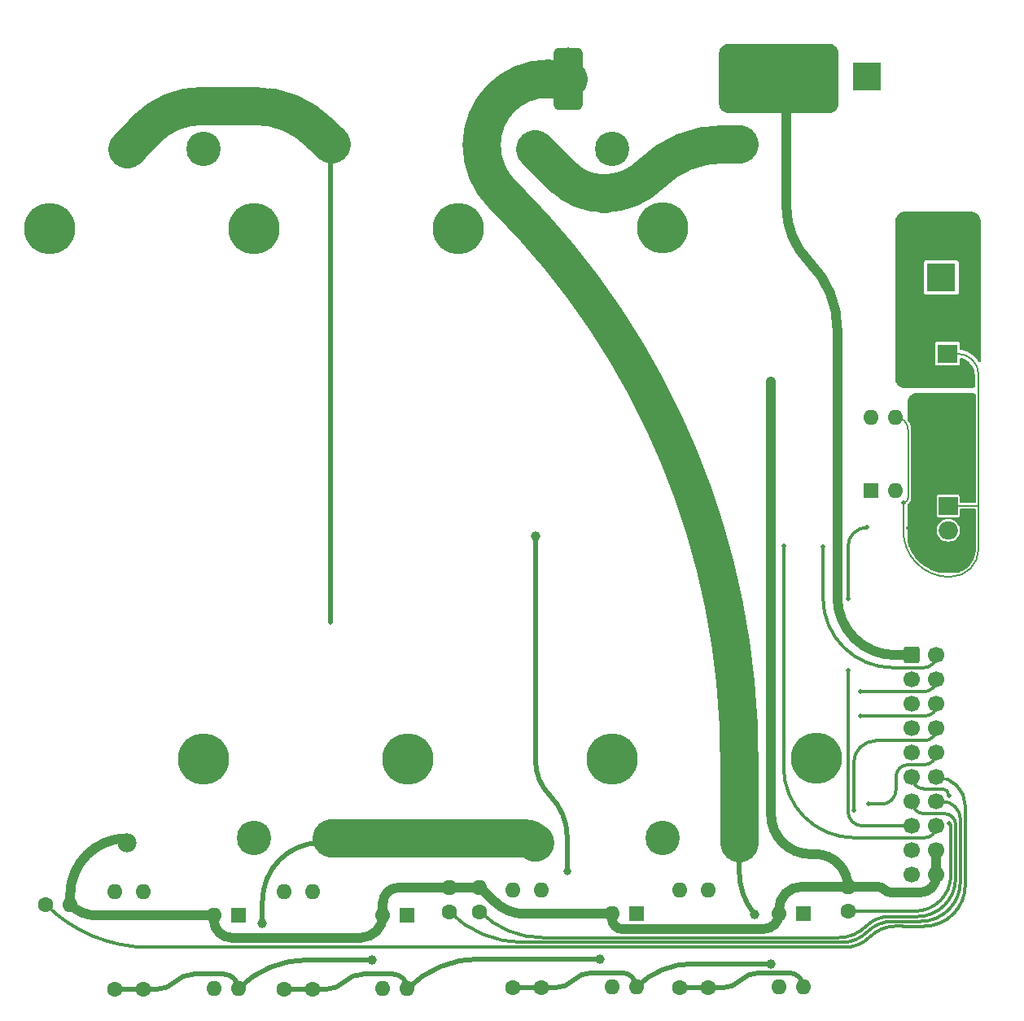
<source format=gbl>
G04 #@! TF.GenerationSoftware,KiCad,Pcbnew,(7.0.0)*
G04 #@! TF.CreationDate,2023-05-12T10:50:57+02:00*
G04 #@! TF.ProjectId,Cell_holder_board,43656c6c-5f68-46f6-9c64-65725f626f61,rev?*
G04 #@! TF.SameCoordinates,Original*
G04 #@! TF.FileFunction,Copper,L2,Bot*
G04 #@! TF.FilePolarity,Positive*
%FSLAX46Y46*%
G04 Gerber Fmt 4.6, Leading zero omitted, Abs format (unit mm)*
G04 Created by KiCad (PCBNEW (7.0.0)) date 2023-05-12 10:50:57*
%MOMM*%
%LPD*%
G01*
G04 APERTURE LIST*
G04 Aperture macros list*
%AMRoundRect*
0 Rectangle with rounded corners*
0 $1 Rounding radius*
0 $2 $3 $4 $5 $6 $7 $8 $9 X,Y pos of 4 corners*
0 Add a 4 corners polygon primitive as box body*
4,1,4,$2,$3,$4,$5,$6,$7,$8,$9,$2,$3,0*
0 Add four circle primitives for the rounded corners*
1,1,$1+$1,$2,$3*
1,1,$1+$1,$4,$5*
1,1,$1+$1,$6,$7*
1,1,$1+$1,$8,$9*
0 Add four rect primitives between the rounded corners*
20,1,$1+$1,$2,$3,$4,$5,0*
20,1,$1+$1,$4,$5,$6,$7,0*
20,1,$1+$1,$6,$7,$8,$9,0*
20,1,$1+$1,$8,$9,$2,$3,0*%
G04 Aperture macros list end*
G04 #@! TA.AperFunction,ComponentPad*
%ADD10R,1.600000X1.600000*%
G04 #@! TD*
G04 #@! TA.AperFunction,ComponentPad*
%ADD11O,1.600000X1.600000*%
G04 #@! TD*
G04 #@! TA.AperFunction,ComponentPad*
%ADD12C,1.600000*%
G04 #@! TD*
G04 #@! TA.AperFunction,ComponentPad*
%ADD13R,2.000000X1.905000*%
G04 #@! TD*
G04 #@! TA.AperFunction,ComponentPad*
%ADD14O,2.000000X1.905000*%
G04 #@! TD*
G04 #@! TA.AperFunction,ComponentPad*
%ADD15R,3.000000X3.000000*%
G04 #@! TD*
G04 #@! TA.AperFunction,ComponentPad*
%ADD16C,3.000000*%
G04 #@! TD*
G04 #@! TA.AperFunction,ComponentPad*
%ADD17C,1.500000*%
G04 #@! TD*
G04 #@! TA.AperFunction,SMDPad,CuDef*
%ADD18RoundRect,0.500000X1.000000X2.750000X-1.000000X2.750000X-1.000000X-2.750000X1.000000X-2.750000X0*%
G04 #@! TD*
G04 #@! TA.AperFunction,ComponentPad*
%ADD19C,1.980000*%
G04 #@! TD*
G04 #@! TA.AperFunction,ComponentPad*
%ADD20C,5.325000*%
G04 #@! TD*
G04 #@! TA.AperFunction,ComponentPad*
%ADD21C,3.585000*%
G04 #@! TD*
G04 #@! TA.AperFunction,ComponentPad*
%ADD22RoundRect,0.250000X-0.600000X-0.600000X0.600000X-0.600000X0.600000X0.600000X-0.600000X0.600000X0*%
G04 #@! TD*
G04 #@! TA.AperFunction,ComponentPad*
%ADD23C,1.700000*%
G04 #@! TD*
G04 #@! TA.AperFunction,ViaPad*
%ADD24C,0.500000*%
G04 #@! TD*
G04 #@! TA.AperFunction,ViaPad*
%ADD25C,1.000000*%
G04 #@! TD*
G04 #@! TA.AperFunction,ViaPad*
%ADD26C,0.800000*%
G04 #@! TD*
G04 #@! TA.AperFunction,Conductor*
%ADD27C,0.300000*%
G04 #@! TD*
G04 #@! TA.AperFunction,Conductor*
%ADD28C,1.000000*%
G04 #@! TD*
G04 #@! TA.AperFunction,Conductor*
%ADD29C,4.000000*%
G04 #@! TD*
G04 #@! TA.AperFunction,Conductor*
%ADD30C,0.500000*%
G04 #@! TD*
G04 #@! TA.AperFunction,Conductor*
%ADD31C,0.200000*%
G04 #@! TD*
G04 APERTURE END LIST*
D10*
X115674999Y-150329999D03*
D11*
X113134999Y-150329999D03*
X113134999Y-157949999D03*
X115674999Y-157949999D03*
D12*
X96200000Y-150090000D03*
D11*
X96199999Y-147549999D03*
D12*
X137700000Y-150040000D03*
D11*
X137699999Y-147499999D03*
D13*
X148134999Y-107869999D03*
D14*
X148134999Y-110409999D03*
X148134999Y-112949999D03*
D12*
X120200000Y-157960000D03*
D11*
X120199999Y-147799999D03*
D15*
X147399999Y-84089999D03*
D16*
X147400000Y-79010000D03*
D17*
X126375000Y-65900000D03*
D18*
X126375000Y-63400000D03*
D17*
X126375000Y-60900000D03*
D18*
X108625000Y-63400000D03*
D17*
X108575000Y-65900000D03*
X108575000Y-60900000D03*
D19*
X105166666Y-142910000D03*
X105166666Y-70690000D03*
D20*
X97166666Y-78970000D03*
D21*
X113166666Y-70690000D03*
D20*
X113166666Y-134170000D03*
D12*
X54260000Y-149350000D03*
D11*
X56799999Y-149349999D03*
D12*
X99400000Y-150090000D03*
D11*
X99399999Y-147549999D03*
D12*
X102810000Y-157990000D03*
D11*
X102809999Y-147829999D03*
D10*
X140124999Y-106249999D03*
D11*
X142664999Y-106249999D03*
X142664999Y-98629999D03*
X140124999Y-98629999D03*
D12*
X64410000Y-158140000D03*
D11*
X64409999Y-147979999D03*
D12*
X79010000Y-158140000D03*
D11*
X79009999Y-147979999D03*
D15*
X139639999Y-63199999D03*
D16*
X134560000Y-63200000D03*
D12*
X123200000Y-157960000D03*
D11*
X123199999Y-147799999D03*
D12*
X82010000Y-158140000D03*
D11*
X82009999Y-147979999D03*
D13*
X148054999Y-92009999D03*
D14*
X148054999Y-94549999D03*
X148054999Y-97089999D03*
D19*
X83933333Y-70230000D03*
X83933333Y-142450000D03*
D20*
X91933333Y-134170000D03*
D21*
X75933333Y-142450000D03*
D20*
X75933333Y-78970000D03*
D22*
X144360000Y-123380000D03*
D23*
X146900000Y-123380000D03*
X144360000Y-125920000D03*
X146900000Y-125920000D03*
X144360000Y-128460000D03*
X146900000Y-128460000D03*
X144360000Y-131000000D03*
X146900000Y-131000000D03*
X144360000Y-133540000D03*
X146900000Y-133540000D03*
X144360000Y-136080000D03*
X146900000Y-136080000D03*
X144360000Y-138620000D03*
X146900000Y-138620000D03*
X144360000Y-141160000D03*
X146900000Y-141160000D03*
X144360000Y-143700000D03*
X146900000Y-143700000D03*
X144360000Y-146240000D03*
X146900000Y-146240000D03*
D19*
X126399999Y-70220000D03*
X126399999Y-142440000D03*
D20*
X134399999Y-134160000D03*
D21*
X118399999Y-142440000D03*
D20*
X118399999Y-78960000D03*
D19*
X62700000Y-142910000D03*
X62700000Y-70690000D03*
D20*
X54700000Y-78970000D03*
D21*
X70700000Y-70690000D03*
D20*
X70700000Y-134170000D03*
D12*
X105810000Y-157990000D03*
D11*
X105809999Y-147829999D03*
D12*
X61410000Y-158140000D03*
D11*
X61409999Y-147979999D03*
D10*
X133064999Y-150299999D03*
D11*
X130524999Y-150299999D03*
X130524999Y-157919999D03*
X133064999Y-157919999D03*
D10*
X91874999Y-150479999D03*
D11*
X89334999Y-150479999D03*
X89334999Y-158099999D03*
X91874999Y-158099999D03*
D10*
X74274999Y-150479999D03*
D11*
X71734999Y-150479999D03*
X71734999Y-158099999D03*
X74274999Y-158099999D03*
D24*
X135100000Y-112100000D03*
D25*
X129700000Y-94900000D03*
X136600000Y-96200000D03*
D24*
X139000000Y-129700000D03*
X83900000Y-120000000D03*
D25*
X88200000Y-155100000D03*
X76800000Y-151300000D03*
D24*
X139800500Y-138900000D03*
D25*
X111900000Y-155000000D03*
X105200000Y-111000000D03*
D26*
X108500000Y-145900000D03*
D24*
X105200000Y-127200000D03*
X139000000Y-127200000D03*
D25*
X129700000Y-155510500D03*
D24*
X148200000Y-138000000D03*
X148200000Y-140900000D03*
X139700000Y-110100000D03*
X137700000Y-125000000D03*
X137700000Y-117500000D03*
X131000000Y-112000000D03*
X143450000Y-107500000D03*
X144000000Y-110200000D03*
X138300000Y-139499500D03*
D25*
X128016589Y-150383411D03*
D27*
X142399987Y-124700000D02*
X145580000Y-124700000D01*
X135100000Y-112100000D02*
X135100000Y-117400000D01*
X145580000Y-124700000D02*
G75*
G03*
X146900000Y-123380000I0J1320000D01*
G01*
X135100000Y-117400000D02*
G75*
G03*
X142399987Y-124700000I7300000J0D01*
G01*
D28*
X130525000Y-150300000D02*
X130525000Y-149840000D01*
X71735000Y-150480000D02*
X71735000Y-150940000D01*
X113135000Y-150330000D02*
X113135000Y-150790000D01*
X140775736Y-147500000D02*
X137700000Y-147500000D01*
X145200000Y-148100000D02*
X142224264Y-148100000D01*
X114245000Y-151900000D02*
X128925000Y-151900000D01*
X73595000Y-152800000D02*
X87015000Y-152800000D01*
X132865000Y-147500000D02*
X137700000Y-147500000D01*
X56800000Y-149350000D02*
X56800000Y-148350000D01*
X129700000Y-94900000D02*
X129700000Y-140000000D01*
X133800000Y-144100000D02*
X134300000Y-144100000D01*
X59528061Y-150480000D02*
X71735000Y-150480000D01*
X146900000Y-146240000D02*
X146900000Y-146400000D01*
X90900000Y-147600000D02*
X99350000Y-147600000D01*
X99485356Y-147585355D02*
X100900000Y-149000000D01*
X104110904Y-150330000D02*
X113135000Y-150330000D01*
X89335000Y-150480000D02*
X89335000Y-149165000D01*
X146900000Y-146240000D02*
X146900000Y-143700000D01*
X128925000Y-151900000D02*
G75*
G03*
X130525000Y-150300000I0J1600000D01*
G01*
X137700000Y-147500000D02*
G75*
G03*
X134300000Y-144100000I-3400000J0D01*
G01*
X87015000Y-152800000D02*
G75*
G03*
X89335000Y-150480000I0J2320000D01*
G01*
X113135000Y-150790000D02*
G75*
G03*
X114245000Y-151900000I1110000J0D01*
G01*
X56800011Y-149349989D02*
G75*
G03*
X59528061Y-150480000I2728089J2728089D01*
G01*
X145200000Y-148100000D02*
G75*
G03*
X146900000Y-146400000I0J1700000D01*
G01*
X100899999Y-149000001D02*
G75*
G03*
X104110904Y-150330000I3210901J3210901D01*
G01*
X90900000Y-147600000D02*
G75*
G03*
X89335000Y-149165000I0J-1565000D01*
G01*
X99350000Y-147600000D02*
G75*
G03*
X99400000Y-147550000I0J50000D01*
G01*
X141499989Y-147800011D02*
G75*
G03*
X140775736Y-147500000I-724289J-724289D01*
G01*
X141500011Y-147799989D02*
G75*
G03*
X142224264Y-148100000I724289J724289D01*
G01*
X71735000Y-150940000D02*
G75*
G03*
X73595000Y-152800000I1860000J0D01*
G01*
X132865000Y-147500000D02*
G75*
G03*
X130525000Y-149840000I0J-2340000D01*
G01*
X99485353Y-147585358D02*
G75*
G03*
X99400000Y-147550000I-85353J-85342D01*
G01*
X62700000Y-142450000D02*
G75*
G03*
X56800000Y-148350000I0J-5900000D01*
G01*
X129700000Y-140000000D02*
G75*
G03*
X133800000Y-144100000I4100000J0D01*
G01*
X131300000Y-63200000D02*
X131300000Y-76705888D01*
X136600000Y-89501219D02*
X136600000Y-96200000D01*
X134560000Y-63200000D02*
X131300000Y-63200000D01*
X142590003Y-123380000D02*
X144360000Y-123380000D01*
X136600000Y-96200000D02*
X136600000Y-117389997D01*
X131300006Y-76705888D02*
G75*
G03*
X133700001Y-82499999I8194094J-12D01*
G01*
X136600000Y-117389997D02*
G75*
G03*
X142590003Y-123380000I5990000J-3D01*
G01*
X136599991Y-89501219D02*
G75*
G03*
X133699999Y-82500001I-9901191J19D01*
G01*
D29*
X83933333Y-70230000D02*
X82717548Y-69014215D01*
D30*
X146900000Y-128460000D02*
X146900000Y-128600000D01*
X88200000Y-155100000D02*
X81517640Y-155100000D01*
D29*
X76020000Y-66240000D02*
X70520000Y-66240000D01*
X62700000Y-70690000D02*
X64767050Y-68622950D01*
D30*
X83900000Y-120000000D02*
X83900000Y-70723333D01*
X64410000Y-158140000D02*
X65913482Y-158140000D01*
D27*
X145800000Y-129700000D02*
X139000000Y-129700000D01*
D30*
X69631370Y-156600000D02*
X72775001Y-156600000D01*
X61410000Y-158140000D02*
X64410000Y-158140000D01*
X65913482Y-158139992D02*
G75*
G03*
X67700000Y-157400000I18J2526492D01*
G01*
X83933333Y-70690000D02*
G75*
G03*
X83900000Y-70723333I-33J-33300D01*
G01*
X74275000Y-158100000D02*
G75*
G03*
X72775001Y-156600000I-1500000J0D01*
G01*
X81517640Y-155100017D02*
G75*
G03*
X74275000Y-158100000I-40J-10242583D01*
G01*
D29*
X82717556Y-69014207D02*
G75*
G03*
X76020000Y-66240000I-6697556J-6697593D01*
G01*
D30*
X69631370Y-156599988D02*
G75*
G03*
X67700000Y-157400000I30J-2731412D01*
G01*
D29*
X70520000Y-66240001D02*
G75*
G03*
X64767051Y-68622951I0J-8135899D01*
G01*
D27*
X145800000Y-129700000D02*
G75*
G03*
X146900000Y-128600000I0J1100000D01*
G01*
D30*
X79010000Y-158140000D02*
X82010000Y-158140000D01*
D27*
X143942943Y-134800000D02*
X145640000Y-134800000D01*
D30*
X87231370Y-156600000D02*
X90375000Y-156600000D01*
D27*
X139800500Y-138900000D02*
X141200000Y-138900000D01*
D30*
X99359062Y-155000000D02*
X111900000Y-155000000D01*
X83933333Y-142910000D02*
X82890000Y-142910000D01*
D27*
X142700000Y-137400000D02*
X142700000Y-136042943D01*
D30*
X76800000Y-149000000D02*
X76800000Y-151300000D01*
D29*
X83933333Y-142450000D02*
X104056128Y-142450000D01*
D30*
X82010000Y-158140000D02*
X83513482Y-158140000D01*
X87231370Y-156599988D02*
G75*
G03*
X85300000Y-157400000I30J-2731412D01*
G01*
X83513482Y-158139992D02*
G75*
G03*
X85300000Y-157400000I18J2526492D01*
G01*
X82890000Y-142910000D02*
G75*
G03*
X76800000Y-149000000I0J-6090000D01*
G01*
X91875000Y-158100000D02*
G75*
G03*
X90375000Y-156600000I-1500000J0D01*
G01*
X99359062Y-154999985D02*
G75*
G03*
X91875001Y-158100001I38J-10584115D01*
G01*
D29*
X105166644Y-142910022D02*
G75*
G03*
X104056128Y-142450000I-1110544J-1110478D01*
G01*
D27*
X145640000Y-134800000D02*
G75*
G03*
X146900000Y-133540000I0J1260000D01*
G01*
X143942943Y-134800000D02*
G75*
G03*
X142700000Y-136042943I-43J-1242900D01*
G01*
X141200000Y-138900000D02*
G75*
G03*
X142700000Y-137400000I0J1500000D01*
G01*
D29*
X124722346Y-70220000D02*
X126399999Y-70220000D01*
D30*
X105200000Y-111000000D02*
X105200000Y-127200000D01*
D29*
X105166666Y-70690000D02*
X108114323Y-73637657D01*
D30*
X105200000Y-134378680D02*
X105200000Y-127200000D01*
X108500000Y-145900000D02*
X108500000Y-142345584D01*
D29*
X112200000Y-75330000D02*
X112385716Y-75330000D01*
D27*
X145620000Y-127200000D02*
X145100000Y-127200000D01*
X145100000Y-127200000D02*
X139000000Y-127200000D01*
D30*
X111031370Y-156450000D02*
X114175000Y-156450000D01*
X102810000Y-157990000D02*
X105810000Y-157990000D01*
X105810000Y-157990000D02*
X107313482Y-157990000D01*
X121564473Y-155510500D02*
X129700000Y-155510500D01*
X111031370Y-156449988D02*
G75*
G03*
X109100000Y-157250000I30J-2731412D01*
G01*
D27*
X145620000Y-127200000D02*
G75*
G03*
X146900000Y-125920000I0J1280000D01*
G01*
D30*
X107313482Y-157989992D02*
G75*
G03*
X109100000Y-157250000I18J2526492D01*
G01*
X121564473Y-155510490D02*
G75*
G03*
X115675001Y-157950001I27J-8329010D01*
G01*
X115675000Y-157950000D02*
G75*
G03*
X114175000Y-156450000I-1500000J0D01*
G01*
X108500006Y-142345584D02*
G75*
G03*
X106700000Y-138000000I-6145606J-16D01*
G01*
D29*
X108114327Y-73637653D02*
G75*
G03*
X112200000Y-75330000I4085673J4085653D01*
G01*
X112385716Y-75330006D02*
G75*
G03*
X117190000Y-73340000I-16J6794306D01*
G01*
X124722346Y-70220020D02*
G75*
G03*
X117190001Y-73340001I-46J-10652280D01*
G01*
D30*
X105200009Y-134378680D02*
G75*
G03*
X106700000Y-138000000I5121291J-20D01*
G01*
D27*
X143409906Y-151609906D02*
X145603602Y-151609906D01*
X143400000Y-151600000D02*
X143409906Y-151609906D01*
X65003250Y-153800000D02*
X132000000Y-153800000D01*
X142655634Y-151600000D02*
X143400000Y-151600000D01*
X132000000Y-153800000D02*
X132007360Y-153807360D01*
X132007360Y-153807360D02*
X137326597Y-153807360D01*
X149900000Y-147313508D02*
X149900000Y-139080000D01*
X145603602Y-151609900D02*
G75*
G03*
X149900000Y-147313508I-2J4296400D01*
G01*
X137326597Y-153807358D02*
G75*
G03*
X140000000Y-152700000I3J3780758D01*
G01*
X149900000Y-139080000D02*
G75*
G03*
X146900000Y-136080000I-3000000J0D01*
G01*
X142655634Y-151600015D02*
G75*
G03*
X140000000Y-152700000I-34J-3755585D01*
G01*
X54260000Y-149350000D02*
G75*
G03*
X65003250Y-153800000I10743250J10743250D01*
G01*
X145237238Y-151102483D02*
X143702483Y-151102483D01*
X143702483Y-151102483D02*
X143700000Y-151100000D01*
X149400000Y-140500000D02*
X149400000Y-146939721D01*
X137044366Y-153300000D02*
X103949625Y-153300000D01*
X143700000Y-151100000D02*
X142355634Y-151100000D01*
X146900000Y-138620000D02*
X147520000Y-138620000D01*
X137044366Y-153299985D02*
G75*
G03*
X139700000Y-152200000I34J3755585D01*
G01*
X149400000Y-140500000D02*
G75*
G03*
X147520000Y-138620000I-1880000J0D01*
G01*
X145237238Y-151102500D02*
G75*
G03*
X149400000Y-146939721I-38J4162800D01*
G01*
X142355634Y-151100015D02*
G75*
G03*
X139700000Y-152200000I-34J-3755585D01*
G01*
X96199993Y-150090007D02*
G75*
G03*
X103949625Y-153300000I7749607J7749607D01*
G01*
X142014213Y-150600000D02*
X144906682Y-150600000D01*
X148900000Y-146606682D02*
X148900000Y-141046558D01*
X105942518Y-152800000D02*
X136702944Y-152800000D01*
X147753442Y-139900000D02*
X145640000Y-139900000D01*
X99399995Y-150090005D02*
G75*
G03*
X105942518Y-152800000I6542505J6542505D01*
G01*
X144360000Y-138620000D02*
G75*
G03*
X145640000Y-139900000I1280000J0D01*
G01*
X136702944Y-152800018D02*
G75*
G03*
X139600000Y-151600000I-44J4097118D01*
G01*
X144906682Y-150600000D02*
G75*
G03*
X148900000Y-146606682I18J3993300D01*
G01*
X148900000Y-141046558D02*
G75*
G03*
X147753442Y-139900000I-1146600J-42D01*
G01*
X142014213Y-150600006D02*
G75*
G03*
X139600000Y-151600000I-13J-3414194D01*
G01*
X148400000Y-141100000D02*
X148400000Y-146300000D01*
X148200000Y-140900000D02*
X148400000Y-141100000D01*
X145580000Y-137300000D02*
X147500000Y-137300000D01*
X144660000Y-150040000D02*
X137700000Y-150040000D01*
X144360000Y-136080000D02*
G75*
G03*
X145580000Y-137300000I1220000J0D01*
G01*
X144660000Y-150040000D02*
G75*
G03*
X148400000Y-146300000I0J3740000D01*
G01*
X148200000Y-138000000D02*
G75*
G03*
X147500000Y-137300000I-700000J0D01*
G01*
X137700000Y-117500000D02*
X137700000Y-112100000D01*
X139199969Y-141160000D02*
X144360000Y-141160000D01*
X137700000Y-125000000D02*
X137700000Y-139660031D01*
X139700000Y-110100000D02*
G75*
G03*
X137700000Y-112100000I0J-2000000D01*
G01*
X137700000Y-139660031D02*
G75*
G03*
X139199969Y-141160000I1500000J31D01*
G01*
X138379680Y-142400000D02*
X145660000Y-142400000D01*
X131000000Y-112000000D02*
X131000000Y-135020320D01*
X131000000Y-135020320D02*
G75*
G03*
X138379680Y-142400000I7379700J20D01*
G01*
X145660000Y-142400000D02*
G75*
G03*
X146900000Y-141160000I0J1240000D01*
G01*
D31*
X151300000Y-94250000D02*
X151300000Y-104705000D01*
X148055000Y-92010000D02*
X149060000Y-92010000D01*
X143450000Y-107500000D02*
X143500000Y-107500000D01*
X148135000Y-107870000D02*
X151270000Y-107870000D01*
X143450000Y-110450000D02*
X143450000Y-107500000D01*
X148350000Y-115250000D02*
X148250000Y-115250000D01*
X151300000Y-104705000D02*
X151300000Y-107900000D01*
X143950000Y-107050000D02*
X143950000Y-99915000D01*
X151300000Y-107900000D02*
X151300000Y-112300000D01*
X151300000Y-107900000D02*
G75*
G03*
X151270000Y-107870000I-30000J0D01*
G01*
X151300000Y-94250000D02*
G75*
G03*
X149060000Y-92010000I-2240000J0D01*
G01*
X143950000Y-99915000D02*
G75*
G03*
X142665000Y-98630000I-1285000J0D01*
G01*
X143450000Y-110450000D02*
G75*
G03*
X148250000Y-115250000I4800000J0D01*
G01*
X143500000Y-107500000D02*
G75*
G03*
X143950000Y-107050000I0J450000D01*
G01*
X148350000Y-115250000D02*
G75*
G03*
X151300000Y-112300000I0J2950000D01*
G01*
D30*
X120200000Y-157960000D02*
X123200000Y-157960000D01*
X128016589Y-150383411D02*
X128016589Y-150353602D01*
D27*
X145600000Y-132300000D02*
X144300000Y-132300000D01*
D30*
X126399999Y-145971571D02*
X126399999Y-142900000D01*
D27*
X138300000Y-134600000D02*
X138300000Y-139499500D01*
D30*
X128421370Y-156460000D02*
X131565000Y-156460000D01*
X128016589Y-150353602D02*
X127863739Y-150200752D01*
D29*
X126399999Y-134323965D02*
X126399999Y-142900000D01*
X108625000Y-63400000D02*
X106500000Y-63400000D01*
X101721320Y-75421321D02*
X102200000Y-75900000D01*
D30*
X123200000Y-158000000D02*
X124703482Y-158000000D01*
D27*
X144300000Y-132300000D02*
X140600000Y-132300000D01*
D29*
X99599988Y-70300000D02*
G75*
G03*
X101721320Y-75421321I7242612J0D01*
G01*
D30*
X128421370Y-156459988D02*
G75*
G03*
X126490000Y-157260000I30J-2731412D01*
G01*
X124703482Y-157999992D02*
G75*
G03*
X126490000Y-157260000I18J2526492D01*
G01*
D27*
X140600000Y-132300000D02*
G75*
G03*
X138300000Y-134600000I0J-2300000D01*
G01*
X145600000Y-132300000D02*
G75*
G03*
X146900000Y-131000000I0J1300000D01*
G01*
D29*
X126400000Y-134323965D02*
G75*
G03*
X102199999Y-75900001I-82623970J-5D01*
G01*
D30*
X126400001Y-145971571D02*
G75*
G03*
X127863739Y-150200752I6853899J4271D01*
G01*
X133065000Y-157960000D02*
G75*
G03*
X131565000Y-156460000I-1500000J0D01*
G01*
D29*
X106500000Y-63400000D02*
G75*
G03*
X99600000Y-70300000I0J-6900000D01*
G01*
G04 #@! TA.AperFunction,Conductor*
G36*
X150504842Y-77250476D02*
G01*
X150685388Y-77268259D01*
X150704418Y-77272044D01*
X150873360Y-77323292D01*
X150891276Y-77330713D01*
X151046974Y-77413935D01*
X151063101Y-77424711D01*
X151158771Y-77503224D01*
X151199569Y-77536707D01*
X151213292Y-77550430D01*
X151325285Y-77686893D01*
X151336067Y-77703030D01*
X151419283Y-77858716D01*
X151426710Y-77876646D01*
X151477954Y-78045579D01*
X151481740Y-78064613D01*
X151499023Y-78240080D01*
X151499500Y-78249784D01*
X151499500Y-92825758D01*
X151486604Y-92874615D01*
X151451277Y-92910744D01*
X151402721Y-92924733D01*
X151353587Y-92912937D01*
X151316674Y-92878429D01*
X151218357Y-92721959D01*
X151216882Y-92719611D01*
X151080376Y-92548437D01*
X151033713Y-92489923D01*
X151033709Y-92489919D01*
X151031971Y-92487739D01*
X150822261Y-92278029D01*
X150820081Y-92276290D01*
X150820076Y-92276286D01*
X150592562Y-92094851D01*
X150592563Y-92094851D01*
X150590389Y-92093118D01*
X150588040Y-92091642D01*
X150341625Y-91936809D01*
X150341618Y-91936805D01*
X150339272Y-91935331D01*
X150336777Y-91934129D01*
X150336769Y-91934125D01*
X150074568Y-91807856D01*
X150072068Y-91806652D01*
X150069450Y-91805736D01*
X150069443Y-91805733D01*
X149794756Y-91709615D01*
X149794743Y-91709611D01*
X149792136Y-91708699D01*
X149789438Y-91708083D01*
X149789434Y-91708082D01*
X149505702Y-91643322D01*
X149505695Y-91643320D01*
X149502997Y-91642705D01*
X149500249Y-91642395D01*
X149500241Y-91642394D01*
X149463824Y-91638291D01*
X149443413Y-91635991D01*
X149398731Y-91619412D01*
X149366972Y-91583874D01*
X149355499Y-91537614D01*
X149355499Y-91015491D01*
X149355499Y-91012636D01*
X149352585Y-90987509D01*
X149307206Y-90884735D01*
X149227765Y-90805294D01*
X149219376Y-90801590D01*
X149219375Y-90801589D01*
X149131802Y-90762922D01*
X149131799Y-90762921D01*
X149124991Y-90759915D01*
X149117594Y-90759056D01*
X149117591Y-90759056D01*
X149102714Y-90757330D01*
X149102704Y-90757329D01*
X149099865Y-90757000D01*
X149097000Y-90757000D01*
X147012991Y-90757000D01*
X147012973Y-90757000D01*
X147010136Y-90757001D01*
X147007315Y-90757328D01*
X147007300Y-90757329D01*
X146992404Y-90759057D01*
X146992401Y-90759057D01*
X146985009Y-90759915D01*
X146978200Y-90762921D01*
X146978198Y-90762922D01*
X146890624Y-90801589D01*
X146890620Y-90801591D01*
X146882235Y-90805294D01*
X146875753Y-90811775D01*
X146875750Y-90811778D01*
X146809278Y-90878250D01*
X146809275Y-90878253D01*
X146802794Y-90884735D01*
X146799091Y-90893120D01*
X146799089Y-90893124D01*
X146760422Y-90980697D01*
X146760422Y-90980698D01*
X146757415Y-90987509D01*
X146756557Y-90994904D01*
X146756556Y-90994908D01*
X146754830Y-91009785D01*
X146754829Y-91009796D01*
X146754500Y-91012635D01*
X146754500Y-91015491D01*
X146754500Y-91015499D01*
X146754500Y-93004508D01*
X146754500Y-93004525D01*
X146754501Y-93007364D01*
X146754828Y-93010185D01*
X146754829Y-93010199D01*
X146756557Y-93025091D01*
X146757415Y-93032491D01*
X146802794Y-93135265D01*
X146882235Y-93214706D01*
X146985009Y-93260085D01*
X147010135Y-93263000D01*
X149099864Y-93262999D01*
X149124991Y-93260085D01*
X149227765Y-93214706D01*
X149307206Y-93135265D01*
X149352585Y-93032491D01*
X149355500Y-93007365D01*
X149355499Y-92557886D01*
X149372184Y-92502885D01*
X149416614Y-92466423D01*
X149473810Y-92460789D01*
X149529743Y-92471915D01*
X149542239Y-92475263D01*
X149757809Y-92548440D01*
X149769764Y-92553393D01*
X149973933Y-92654078D01*
X149985148Y-92660553D01*
X150174423Y-92787023D01*
X150184696Y-92794906D01*
X150316784Y-92910744D01*
X150355844Y-92944998D01*
X150365001Y-92954155D01*
X150515093Y-93125303D01*
X150522976Y-93135576D01*
X150649446Y-93324851D01*
X150655921Y-93336066D01*
X150756606Y-93540235D01*
X150761562Y-93552199D01*
X150834734Y-93767755D01*
X150838086Y-93780264D01*
X150882497Y-94003534D01*
X150884187Y-94016373D01*
X150899288Y-94246765D01*
X150899500Y-94253240D01*
X150899500Y-95445355D01*
X150890675Y-95486213D01*
X150865775Y-95519788D01*
X150829237Y-95540092D01*
X150704419Y-95577954D01*
X150685386Y-95581740D01*
X150504843Y-95599523D01*
X150495139Y-95600000D01*
X143604861Y-95600000D01*
X143595157Y-95599523D01*
X143414613Y-95581740D01*
X143395579Y-95577954D01*
X143226646Y-95526710D01*
X143208718Y-95519284D01*
X143053028Y-95436065D01*
X143036895Y-95425286D01*
X142968661Y-95369288D01*
X142900430Y-95313292D01*
X142886707Y-95299569D01*
X142853224Y-95258771D01*
X142774711Y-95163101D01*
X142763935Y-95146974D01*
X142680713Y-94991276D01*
X142673292Y-94973360D01*
X142622044Y-94804418D01*
X142618259Y-94785386D01*
X142600477Y-94604843D01*
X142600000Y-94595139D01*
X142600000Y-85632025D01*
X145599500Y-85632025D01*
X145599501Y-85634864D01*
X145599828Y-85637685D01*
X145599829Y-85637699D01*
X145601557Y-85652591D01*
X145602415Y-85659991D01*
X145647794Y-85762765D01*
X145727235Y-85842206D01*
X145830009Y-85887585D01*
X145855135Y-85890500D01*
X148944864Y-85890499D01*
X148969991Y-85887585D01*
X149072765Y-85842206D01*
X149152206Y-85762765D01*
X149197585Y-85659991D01*
X149200500Y-85634865D01*
X149200499Y-82545136D01*
X149197585Y-82520009D01*
X149152206Y-82417235D01*
X149072765Y-82337794D01*
X149064376Y-82334090D01*
X149064375Y-82334089D01*
X148976802Y-82295422D01*
X148976799Y-82295421D01*
X148969991Y-82292415D01*
X148962594Y-82291556D01*
X148962591Y-82291556D01*
X148947714Y-82289830D01*
X148947704Y-82289829D01*
X148944865Y-82289500D01*
X148942000Y-82289500D01*
X145857991Y-82289500D01*
X145857973Y-82289500D01*
X145855136Y-82289501D01*
X145852315Y-82289828D01*
X145852300Y-82289829D01*
X145837404Y-82291557D01*
X145837401Y-82291557D01*
X145830009Y-82292415D01*
X145823200Y-82295421D01*
X145823198Y-82295422D01*
X145735624Y-82334089D01*
X145735620Y-82334091D01*
X145727235Y-82337794D01*
X145720753Y-82344275D01*
X145720750Y-82344278D01*
X145654278Y-82410750D01*
X145654275Y-82410753D01*
X145647794Y-82417235D01*
X145644091Y-82425620D01*
X145644089Y-82425624D01*
X145605422Y-82513197D01*
X145605422Y-82513198D01*
X145602415Y-82520009D01*
X145601557Y-82527404D01*
X145601556Y-82527408D01*
X145599830Y-82542285D01*
X145599829Y-82542296D01*
X145599500Y-82545135D01*
X145599500Y-82547991D01*
X145599500Y-82547999D01*
X145599500Y-85632008D01*
X145599500Y-85632025D01*
X142600000Y-85632025D01*
X142600000Y-78254861D01*
X142600477Y-78245157D01*
X142618259Y-78064613D01*
X142622045Y-78045579D01*
X142673293Y-77876635D01*
X142680711Y-77858727D01*
X142763938Y-77703020D01*
X142774707Y-77686902D01*
X142886710Y-77550426D01*
X142900426Y-77536710D01*
X143036902Y-77424707D01*
X143053020Y-77413938D01*
X143208727Y-77330711D01*
X143226635Y-77323293D01*
X143395583Y-77272044D01*
X143414609Y-77268259D01*
X143595157Y-77250476D01*
X143604861Y-77250000D01*
X150495139Y-77250000D01*
X150504842Y-77250476D01*
G37*
G04 #@! TD.AperFunction*
G04 #@! TA.AperFunction,Conductor*
G36*
X135704842Y-59750476D02*
G01*
X135885388Y-59768259D01*
X135904418Y-59772044D01*
X136073360Y-59823292D01*
X136091276Y-59830713D01*
X136246974Y-59913935D01*
X136263101Y-59924711D01*
X136358771Y-60003224D01*
X136399569Y-60036707D01*
X136413292Y-60050430D01*
X136525285Y-60186893D01*
X136536067Y-60203030D01*
X136619283Y-60358716D01*
X136626710Y-60376646D01*
X136677954Y-60545579D01*
X136681740Y-60564613D01*
X136699523Y-60745157D01*
X136700000Y-60754861D01*
X136700000Y-65995139D01*
X136699523Y-66004843D01*
X136681740Y-66185386D01*
X136677954Y-66204420D01*
X136626710Y-66373353D01*
X136619283Y-66391283D01*
X136536067Y-66546969D01*
X136525285Y-66563106D01*
X136413292Y-66699569D01*
X136399569Y-66713292D01*
X136263106Y-66825285D01*
X136246969Y-66836067D01*
X136091283Y-66919283D01*
X136073353Y-66926710D01*
X135904420Y-66977954D01*
X135885386Y-66981740D01*
X135704843Y-66999523D01*
X135695139Y-67000000D01*
X125304861Y-67000000D01*
X125295157Y-66999523D01*
X125114613Y-66981740D01*
X125095579Y-66977954D01*
X124926646Y-66926710D01*
X124908718Y-66919284D01*
X124753028Y-66836065D01*
X124736895Y-66825286D01*
X124668661Y-66769288D01*
X124600430Y-66713292D01*
X124586707Y-66699569D01*
X124553224Y-66658771D01*
X124474711Y-66563101D01*
X124463935Y-66546974D01*
X124380713Y-66391276D01*
X124373292Y-66373360D01*
X124322044Y-66204418D01*
X124318259Y-66185386D01*
X124300477Y-66004843D01*
X124300000Y-65995139D01*
X124300000Y-60754861D01*
X124300477Y-60745157D01*
X124318259Y-60564613D01*
X124322045Y-60545579D01*
X124373293Y-60376635D01*
X124380711Y-60358727D01*
X124463938Y-60203020D01*
X124474707Y-60186902D01*
X124586710Y-60050426D01*
X124600426Y-60036710D01*
X124736902Y-59924707D01*
X124753020Y-59913938D01*
X124908727Y-59830711D01*
X124926635Y-59823293D01*
X125095583Y-59772044D01*
X125114609Y-59768259D01*
X125295157Y-59750476D01*
X125304861Y-59750000D01*
X135695139Y-59750000D01*
X135704842Y-59750476D01*
G37*
G04 #@! TD.AperFunction*
G04 #@! TA.AperFunction,Conductor*
G36*
X150504842Y-96100476D02*
G01*
X150685388Y-96118259D01*
X150704418Y-96122044D01*
X150873360Y-96173292D01*
X150891272Y-96180711D01*
X150947170Y-96210589D01*
X150985415Y-96247002D01*
X150999500Y-96297898D01*
X150999500Y-107470500D01*
X150986237Y-107520000D01*
X150950000Y-107556237D01*
X150900500Y-107569500D01*
X149434500Y-107569500D01*
X149385000Y-107556237D01*
X149348763Y-107520000D01*
X149335500Y-107470500D01*
X149335500Y-106902610D01*
X149335500Y-106897752D01*
X149323867Y-106839269D01*
X149279552Y-106772948D01*
X149271441Y-106767528D01*
X149221340Y-106734051D01*
X149221338Y-106734050D01*
X149213231Y-106728633D01*
X149203667Y-106726730D01*
X149203666Y-106726730D01*
X149159511Y-106717947D01*
X149159506Y-106717946D01*
X149154748Y-106717000D01*
X147115252Y-106717000D01*
X147110494Y-106717946D01*
X147110488Y-106717947D01*
X147066333Y-106726730D01*
X147066330Y-106726731D01*
X147056769Y-106728633D01*
X147048663Y-106734049D01*
X147048659Y-106734051D01*
X146998558Y-106767528D01*
X146998555Y-106767530D01*
X146990448Y-106772948D01*
X146985030Y-106781055D01*
X146985028Y-106781058D01*
X146951551Y-106831159D01*
X146951549Y-106831163D01*
X146946133Y-106839269D01*
X146944231Y-106848830D01*
X146944230Y-106848833D01*
X146935447Y-106892988D01*
X146935446Y-106892994D01*
X146934500Y-106897752D01*
X146934500Y-108842248D01*
X146946133Y-108900731D01*
X146990448Y-108967052D01*
X147056769Y-109011367D01*
X147115252Y-109023000D01*
X149149890Y-109023000D01*
X149154748Y-109023000D01*
X149213231Y-109011367D01*
X149279552Y-108967052D01*
X149323867Y-108900731D01*
X149335500Y-108842248D01*
X149335500Y-108269500D01*
X149348763Y-108220000D01*
X149385000Y-108183763D01*
X149434500Y-108170500D01*
X150900500Y-108170500D01*
X150950000Y-108183763D01*
X150986237Y-108220000D01*
X150999500Y-108269500D01*
X150999500Y-112297227D01*
X150999344Y-112302778D01*
X150983152Y-112591099D01*
X150981909Y-112602131D01*
X150934004Y-112884083D01*
X150931534Y-112894907D01*
X150852357Y-113169733D01*
X150848690Y-113180212D01*
X150739243Y-113444440D01*
X150734426Y-113454442D01*
X150596086Y-113704750D01*
X150590180Y-113714150D01*
X150424680Y-113947401D01*
X150417758Y-113956081D01*
X150227184Y-114169333D01*
X150219333Y-114177184D01*
X150006081Y-114367758D01*
X149997401Y-114374680D01*
X149764150Y-114540180D01*
X149754750Y-114546086D01*
X149504442Y-114684426D01*
X149494440Y-114689243D01*
X149230212Y-114798690D01*
X149219733Y-114802357D01*
X149117745Y-114831740D01*
X149067792Y-114846131D01*
X149040387Y-114850000D01*
X147339038Y-114850000D01*
X147317611Y-114847653D01*
X147089665Y-114797118D01*
X147081324Y-114794884D01*
X146715202Y-114679446D01*
X146707086Y-114676492D01*
X146352420Y-114529585D01*
X146344593Y-114525935D01*
X146004089Y-114348679D01*
X145996609Y-114344361D01*
X145672832Y-114138093D01*
X145665758Y-114133139D01*
X145361202Y-113899445D01*
X145354599Y-113893905D01*
X145071540Y-113634529D01*
X145065470Y-113628459D01*
X144806093Y-113345398D01*
X144800554Y-113338797D01*
X144678867Y-113180212D01*
X144566859Y-113034240D01*
X144561906Y-113027167D01*
X144355638Y-112703390D01*
X144351320Y-112695910D01*
X144174064Y-112355406D01*
X144170414Y-112347579D01*
X144150706Y-112300000D01*
X144023507Y-111992913D01*
X144020553Y-111984797D01*
X143995898Y-111906602D01*
X143905111Y-111618660D01*
X143902873Y-111610300D01*
X143902340Y-111607892D01*
X143900000Y-111586497D01*
X143900000Y-110516841D01*
X146934500Y-110516841D01*
X146973764Y-110726885D01*
X146975414Y-110731146D01*
X146975417Y-110731154D01*
X147049301Y-110921870D01*
X147049303Y-110921875D01*
X147050955Y-110926138D01*
X147163444Y-111107815D01*
X147307401Y-111265728D01*
X147477923Y-111394500D01*
X147669204Y-111489747D01*
X147874729Y-111548224D01*
X148034189Y-111563000D01*
X148233515Y-111563000D01*
X148235811Y-111563000D01*
X148395271Y-111548224D01*
X148600796Y-111489747D01*
X148792077Y-111394500D01*
X148962599Y-111265728D01*
X149106556Y-111107815D01*
X149219045Y-110926138D01*
X149296236Y-110726885D01*
X149335500Y-110516841D01*
X149335500Y-110303159D01*
X149296236Y-110093115D01*
X149219045Y-109893862D01*
X149106556Y-109712185D01*
X148962599Y-109554272D01*
X148900938Y-109507708D01*
X148795726Y-109428255D01*
X148795721Y-109428252D01*
X148792077Y-109425500D01*
X148600796Y-109330253D01*
X148596397Y-109329001D01*
X148596391Y-109328999D01*
X148399666Y-109273026D01*
X148399661Y-109273025D01*
X148395271Y-109271776D01*
X148390723Y-109271354D01*
X148390720Y-109271354D01*
X148238094Y-109257211D01*
X148238082Y-109257210D01*
X148235811Y-109257000D01*
X148034189Y-109257000D01*
X148031918Y-109257210D01*
X148031905Y-109257211D01*
X147879279Y-109271354D01*
X147879274Y-109271354D01*
X147874729Y-109271776D01*
X147870340Y-109273024D01*
X147870333Y-109273026D01*
X147673608Y-109328999D01*
X147673598Y-109329002D01*
X147669204Y-109330253D01*
X147665107Y-109332293D01*
X147665102Y-109332295D01*
X147482019Y-109423460D01*
X147482015Y-109423462D01*
X147477923Y-109425500D01*
X147474282Y-109428248D01*
X147474273Y-109428255D01*
X147311046Y-109551519D01*
X147311043Y-109551521D01*
X147307401Y-109554272D01*
X147304325Y-109557646D01*
X147304323Y-109557648D01*
X147166526Y-109708803D01*
X147166520Y-109708810D01*
X147163444Y-109712185D01*
X147161039Y-109716068D01*
X147161036Y-109716073D01*
X147053363Y-109889972D01*
X147053360Y-109889976D01*
X147050955Y-109893862D01*
X147049305Y-109898120D01*
X147049301Y-109898129D01*
X146975417Y-110088845D01*
X146975413Y-110088856D01*
X146973764Y-110093115D01*
X146972922Y-110097615D01*
X146972922Y-110097618D01*
X146935342Y-110298652D01*
X146935341Y-110298657D01*
X146934500Y-110303159D01*
X146934500Y-110516841D01*
X143900000Y-110516841D01*
X143900000Y-107738263D01*
X143911690Y-107691594D01*
X143943997Y-107655948D01*
X143978416Y-107632951D01*
X144082951Y-107528416D01*
X144165084Y-107405495D01*
X144221658Y-107268913D01*
X144250500Y-107123918D01*
X144250500Y-107050000D01*
X144250500Y-107002405D01*
X144250500Y-99887156D01*
X144250500Y-99801603D01*
X144218224Y-99577117D01*
X144154328Y-99359509D01*
X144060115Y-99153210D01*
X143937500Y-98962418D01*
X143935188Y-98959750D01*
X143935180Y-98959739D01*
X143924181Y-98947046D01*
X143906242Y-98916812D01*
X143900000Y-98882215D01*
X143900000Y-97104861D01*
X143900477Y-97095157D01*
X143918259Y-96914613D01*
X143922045Y-96895579D01*
X143973293Y-96726635D01*
X143980711Y-96708727D01*
X144063938Y-96553020D01*
X144074707Y-96536902D01*
X144186710Y-96400426D01*
X144200426Y-96386710D01*
X144336902Y-96274707D01*
X144353020Y-96263938D01*
X144508727Y-96180711D01*
X144526635Y-96173293D01*
X144695583Y-96122044D01*
X144714609Y-96118259D01*
X144895157Y-96100476D01*
X144904861Y-96100000D01*
X150495139Y-96100000D01*
X150504842Y-96100476D01*
G37*
G04 #@! TD.AperFunction*
M02*

</source>
